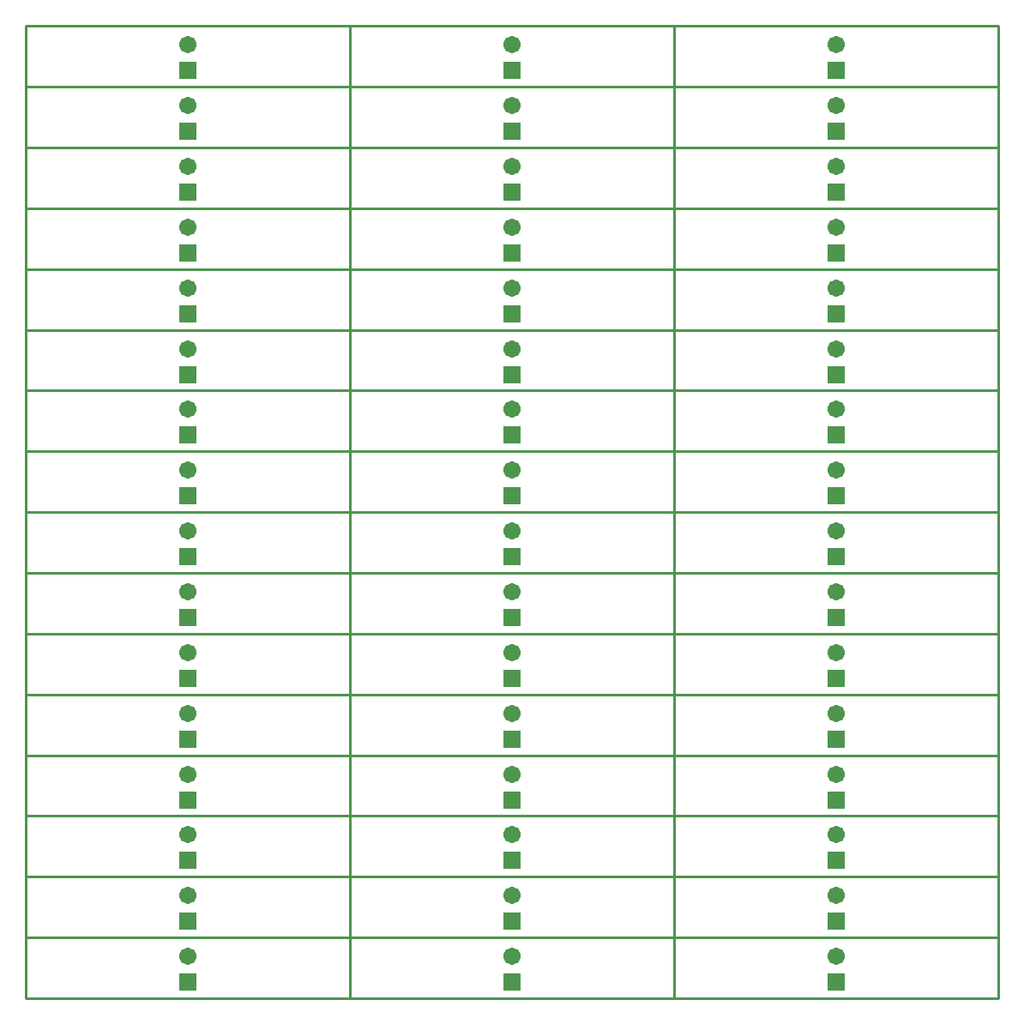
<source format=gbs>
G04 Layer_Color=16711935*
%FSLAX24Y24*%
%MOIN*%
G70*
G01*
G75*
%ADD13C,0.0100*%
%ADD21C,0.0671*%
%ADD22R,0.0671X0.0671*%
D13*
X19550Y3900D02*
Y41700D01*
X57350D01*
Y3900D02*
Y41700D01*
X19550Y3900D02*
X57350D01*
X19550D02*
Y6262D01*
X32148D01*
X19550Y3900D02*
X32148D01*
Y6262D01*
Y3900D02*
Y6262D01*
X44747D01*
X32148Y3900D02*
X44747D01*
Y6262D01*
Y3900D02*
Y6262D01*
X57345D01*
X44747Y3900D02*
X57345D01*
Y6262D01*
X19550D02*
Y8624D01*
X32148D01*
X19550Y6262D02*
X32148D01*
Y8624D01*
Y6262D02*
Y8624D01*
X44747D01*
X32148Y6262D02*
X44747D01*
Y8624D01*
Y6262D02*
Y8624D01*
X57345D01*
X44747Y6262D02*
X57345D01*
Y8624D01*
X19550D02*
Y10987D01*
X32148D01*
X19550Y8624D02*
X32148D01*
Y10987D01*
Y8624D02*
Y10987D01*
X44747D01*
X32148Y8624D02*
X44747D01*
Y10987D01*
Y8624D02*
Y10987D01*
X57345D01*
X44747Y8624D02*
X57345D01*
Y10987D01*
X19550D02*
Y13349D01*
X32148D01*
X19550Y10987D02*
X32148D01*
Y13349D01*
Y10987D02*
Y13349D01*
X44747D01*
X32148Y10987D02*
X44747D01*
Y13349D01*
Y10987D02*
Y13349D01*
X57345D01*
X44747Y10987D02*
X57345D01*
Y13349D01*
X19550D02*
Y15711D01*
X32148D01*
X19550Y13349D02*
X32148D01*
Y15711D01*
Y13349D02*
Y15711D01*
X44747D01*
X32148Y13349D02*
X44747D01*
Y15711D01*
Y13349D02*
Y15711D01*
X57345D01*
X44747Y13349D02*
X57345D01*
Y15711D01*
X19550D02*
Y18073D01*
X32148D01*
X19550Y15711D02*
X32148D01*
Y18073D01*
Y15711D02*
Y18073D01*
X44747D01*
X32148Y15711D02*
X44747D01*
Y18073D01*
Y15711D02*
Y18073D01*
X57345D01*
X44747Y15711D02*
X57345D01*
Y18073D01*
X19550D02*
Y20435D01*
X32148D01*
X19550Y18073D02*
X32148D01*
Y20435D01*
Y18073D02*
Y20435D01*
X44747D01*
X32148Y18073D02*
X44747D01*
Y20435D01*
Y18073D02*
Y20435D01*
X57345D01*
X44747Y18073D02*
X57345D01*
Y20435D01*
X19550D02*
Y22798D01*
X32148D01*
X19550Y20435D02*
X32148D01*
Y22798D01*
Y20435D02*
Y22798D01*
X44747D01*
X32148Y20435D02*
X44747D01*
Y22798D01*
Y20435D02*
Y22798D01*
X57345D01*
X44747Y20435D02*
X57345D01*
Y22798D01*
X19550D02*
Y25160D01*
X32148D01*
X19550Y22798D02*
X32148D01*
Y25160D01*
Y22798D02*
Y25160D01*
X44747D01*
X32148Y22798D02*
X44747D01*
Y25160D01*
Y22798D02*
Y25160D01*
X57345D01*
X44747Y22798D02*
X57345D01*
Y25160D01*
X19550D02*
Y27522D01*
X32148D01*
X19550Y25160D02*
X32148D01*
Y27522D01*
Y25160D02*
Y27522D01*
X44747D01*
X32148Y25160D02*
X44747D01*
Y27522D01*
Y25160D02*
Y27522D01*
X57345D01*
X44747Y25160D02*
X57345D01*
Y27522D01*
X19550D02*
Y29884D01*
X32148D01*
X19550Y27522D02*
X32148D01*
Y29884D01*
Y27522D02*
Y29884D01*
X44747D01*
X32148Y27522D02*
X44747D01*
Y29884D01*
Y27522D02*
Y29884D01*
X57345D01*
X44747Y27522D02*
X57345D01*
Y29884D01*
X19550D02*
Y32246D01*
X32148D01*
X19550Y29884D02*
X32148D01*
Y32246D01*
Y29884D02*
Y32246D01*
X44747D01*
X32148Y29884D02*
X44747D01*
Y32246D01*
Y29884D02*
Y32246D01*
X57345D01*
X44747Y29884D02*
X57345D01*
Y32246D01*
X19550D02*
Y34609D01*
X32148D01*
X19550Y32246D02*
X32148D01*
Y34609D01*
Y32246D02*
Y34609D01*
X44747D01*
X32148Y32246D02*
X44747D01*
Y34609D01*
Y32246D02*
Y34609D01*
X57345D01*
X44747Y32246D02*
X57345D01*
Y34609D01*
X19550D02*
Y36971D01*
X32148D01*
X19550Y34609D02*
X32148D01*
Y36971D01*
Y34609D02*
Y36971D01*
X44747D01*
X32148Y34609D02*
X44747D01*
Y36971D01*
Y34609D02*
Y36971D01*
X57345D01*
X44747Y34609D02*
X57345D01*
Y36971D01*
X19550D02*
Y39333D01*
X32148D01*
X19550Y36971D02*
X32148D01*
Y39333D01*
Y36971D02*
Y39333D01*
X44747D01*
X32148Y36971D02*
X44747D01*
Y39333D01*
Y36971D02*
Y39333D01*
X57345D01*
X44747Y36971D02*
X57345D01*
Y39333D01*
X19550D02*
Y41695D01*
X32148D01*
X19550Y39333D02*
X32148D01*
Y41695D01*
Y39333D02*
Y41695D01*
X44747D01*
X32148Y39333D02*
X44747D01*
Y41695D01*
Y39333D02*
Y41695D01*
X57345D01*
X44747Y39333D02*
X57345D01*
Y41695D01*
D21*
X25849Y5530D02*
D03*
X38448D02*
D03*
X51046D02*
D03*
X25849Y7892D02*
D03*
X38448D02*
D03*
X51046D02*
D03*
X25849Y10254D02*
D03*
X38448D02*
D03*
X51046D02*
D03*
X25849Y12617D02*
D03*
X38448D02*
D03*
X51046D02*
D03*
X25849Y14979D02*
D03*
X38448D02*
D03*
X51046D02*
D03*
X25849Y17341D02*
D03*
X38448D02*
D03*
X51046D02*
D03*
X25849Y19703D02*
D03*
X38448D02*
D03*
X51046D02*
D03*
X25849Y22065D02*
D03*
X38448D02*
D03*
X51046D02*
D03*
X25849Y24428D02*
D03*
X38448D02*
D03*
X51046D02*
D03*
X25849Y26790D02*
D03*
X38448D02*
D03*
X51046D02*
D03*
X25849Y29152D02*
D03*
X38448D02*
D03*
X51046D02*
D03*
X25849Y31514D02*
D03*
X38448D02*
D03*
X51046D02*
D03*
X25849Y33876D02*
D03*
X38448D02*
D03*
X51046D02*
D03*
X25849Y36239D02*
D03*
X38448D02*
D03*
X51046D02*
D03*
X25849Y38601D02*
D03*
X38448D02*
D03*
X51046D02*
D03*
X25849Y40963D02*
D03*
X38448D02*
D03*
X51046D02*
D03*
D22*
X25849Y4530D02*
D03*
X38448D02*
D03*
X51046D02*
D03*
X25849Y6892D02*
D03*
X38448D02*
D03*
X51046D02*
D03*
X25849Y9254D02*
D03*
X38448D02*
D03*
X51046D02*
D03*
X25849Y11617D02*
D03*
X38448D02*
D03*
X51046D02*
D03*
X25849Y13979D02*
D03*
X38448D02*
D03*
X51046D02*
D03*
X25849Y16341D02*
D03*
X38448D02*
D03*
X51046D02*
D03*
X25849Y18703D02*
D03*
X38448D02*
D03*
X51046D02*
D03*
X25849Y21065D02*
D03*
X38448D02*
D03*
X51046D02*
D03*
X25849Y23428D02*
D03*
X38448D02*
D03*
X51046D02*
D03*
X25849Y25790D02*
D03*
X38448D02*
D03*
X51046D02*
D03*
X25849Y28152D02*
D03*
X38448D02*
D03*
X51046D02*
D03*
X25849Y30514D02*
D03*
X38448D02*
D03*
X51046D02*
D03*
X25849Y32876D02*
D03*
X38448D02*
D03*
X51046D02*
D03*
X25849Y35239D02*
D03*
X38448D02*
D03*
X51046D02*
D03*
X25849Y37601D02*
D03*
X38448D02*
D03*
X51046D02*
D03*
X25849Y39963D02*
D03*
X38448D02*
D03*
X51046D02*
D03*
M02*

</source>
